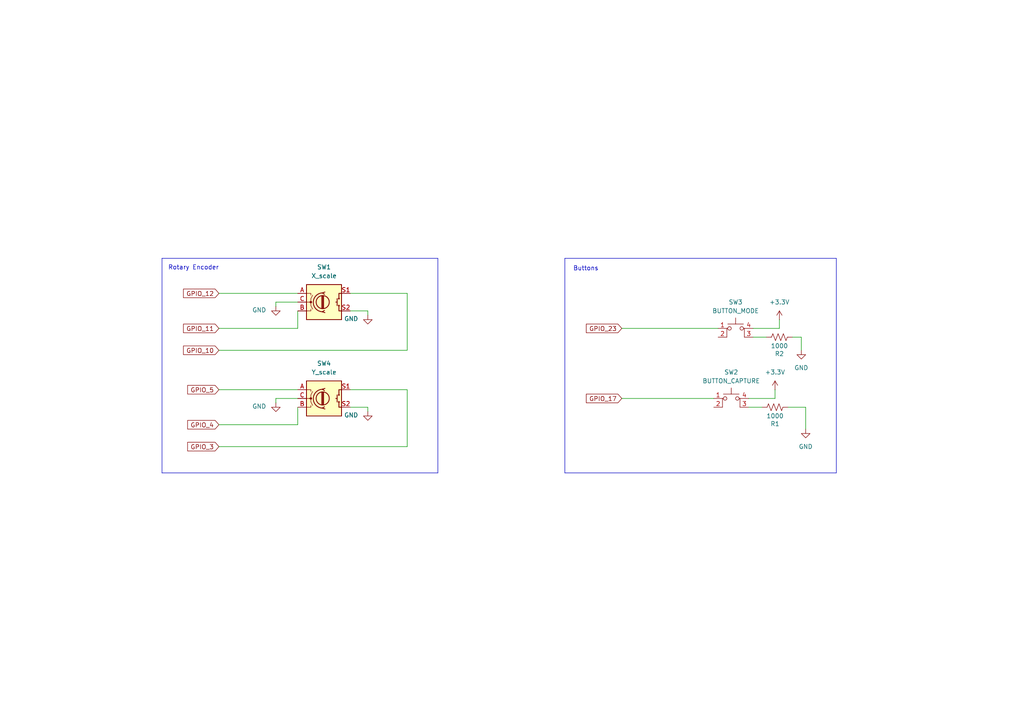
<source format=kicad_sch>
(kicad_sch (version 20250114) (generator "eeschema") (generator_version "9.0")
  (paper "A4")
  (lib_symbols
    (symbol "Device:R_US" (pin_numbers (hide yes)) (pin_names (offset 0))
      (property "Reference" "R" (at 2.54 0 90))
      (property "Value" "R_US" (at -2.54 0 90))
      (symbol "R_US_0_1"
        (polyline (pts (xy 0 2.286) (xy 0 2.54)))
        (polyline (pts (xy 0 2.286) (xy 1.016 1.905) (xy 0 1.524) (xy -1.016 1.143) (xy 0 0.762)))
        (polyline (pts (xy 0 0.762) (xy 1.016 0.381) (xy 0 0) (xy -1.016 -0.381) (xy 0 -0.762)))
        (polyline (pts (xy 0 -0.762) (xy 1.016 -1.143) (xy 0 -1.524) (xy -1.016 -1.905) (xy 0 -2.286)))
        (polyline (pts (xy 0 -2.286) (xy 0 -2.54)))
      )
      (symbol "R_US_1_1"
        (pin passive line (at 0 3.81 270) (length 1.27) (name "~") (number "1"))
        (pin passive line (at 0 -3.81 90) (length 1.27) (name "~") (number "2"))
      )
    )
    (symbol "Device:RotaryEncoder_Switch" (pin_names (offset 0.254) (hide yes))
      (property "Reference" "SW" (at 0 6.604 0))
      (property "Value" "RotaryEncoder_Switch" (at 0 -6.604 0))
      (symbol "RotaryEncoder_Switch_0_1"
        (rectangle (start -5.08 5.08) (end 5.08 -5.08) (stroke (width 0.254)) (fill (type background)))
        (polyline (pts (xy -5.08 2.54) (xy -3.81 2.54) (xy -3.81 2.032)))
        (polyline (pts (xy -5.08 0) (xy -3.81 0) (xy -3.81 -1.016) (xy -3.302 -2.032)))
        (polyline (pts (xy -5.08 -2.54) (xy -3.81 -2.54) (xy -3.81 -2.032)))
        (polyline (pts (xy -4.318 0) (xy -3.81 0) (xy -3.81 1.016) (xy -3.302 2.032)))
        (circle (center -3.81 0) (radius 0.254) (fill (type outline)))
        (polyline (pts (xy -0.635 -1.778) (xy -0.635 1.778)) (stroke (width 0.254)))
        (circle (center -0.381 0) (radius 1.905) (stroke (width 0.254)))
        (polyline (pts (xy -0.381 -1.778) (xy -0.381 1.778)) (stroke (width 0.254)))
        (arc (start -0.381 -2.794) (mid -3.0988 -0.0635) (end -0.381 2.667) (stroke (width 0.254)))
        (polyline (pts (xy -0.127 1.778) (xy -0.127 -1.778)) (stroke (width 0.254)))
        (polyline (pts (xy 0.254 2.921) (xy -0.508 2.667) (xy 0.127 2.286)) (stroke (width 0.254)))
        (polyline (pts (xy 0.254 -3.048) (xy -0.508 -2.794) (xy 0.127 -2.413)) (stroke (width 0.254)))
        (polyline (pts (xy 3.81 1.016) (xy 3.81 -1.016)) (stroke (width 0.254)))
        (polyline (pts (xy 3.81 0) (xy 3.429 0)) (stroke (width 0.254)))
        (circle (center 4.318 1.016) (radius 0.127) (stroke (width 0.254)))
        (circle (center 4.318 -1.016) (radius 0.127) (stroke (width 0.254)))
        (polyline (pts (xy 5.08 2.54) (xy 4.318 2.54) (xy 4.318 1.016)) (stroke (width 0.254)))
        (polyline (pts (xy 5.08 -2.54) (xy 4.318 -2.54) (xy 4.318 -1.016)) (stroke (width 0.254)))
      )
      (symbol "RotaryEncoder_Switch_1_1"
        (pin passive line (at -7.62 2.54 0) (length 2.54) (name "A") (number "A"))
        (pin passive line (at -7.62 0 0) (length 2.54) (name "C") (number "C"))
        (pin passive line (at -7.62 -2.54 0) (length 2.54) (name "B") (number "B"))
        (pin passive line (at 7.62 2.54 180) (length 2.54) (name "S1") (number "S1"))
        (pin passive line (at 7.62 -2.54 180) (length 2.54) (name "S2") (number "S2"))
      )
    )
    (symbol "Switch:SW_MEC_5E" (pin_names (offset 1.016) (hide yes))
      (property "Reference" "SW" (at 0.635 5.715 0))
      (property "Value" "SW_MEC_5E" (at 0 -3.175 0))
      (symbol "SW_MEC_5E_0_1"
        (polyline (pts (xy -2.54 0) (xy -2.54 2.54) (xy -2.286 2.54)))
        (polyline (pts (xy -2.286 3.81) (xy 2.286 3.81)))
        (circle (center -1.778 2.54) (radius 0.508))
        (polyline (pts (xy 0 3.81) (xy 0 5.588)))
        (circle (center 1.778 2.54) (radius 0.508))
        (polyline (pts (xy 2.54 0) (xy 2.54 2.54) (xy 2.286 2.54)))
        (pin passive line (at -5.08 2.54 0) (length 2.54) (name "1") (number "1"))
        (pin passive line (at -5.08 0 0) (length 2.54) (name "2") (number "2"))
        (pin passive line (at 5.08 2.54 180) (length 2.54) (name "A") (number "4"))
        (pin passive line (at 5.08 0 180) (length 2.54) (name "K") (number "3"))
      )
    )
    (symbol "power:+3.3V" (power) (pin_numbers (hide yes)) (pin_names (offset 0) (hide yes))
      (property "Value" "+3.3V" (at 0 3.556 0))
      (symbol "+3.3V_0_1"
        (polyline (pts (xy -0.762 1.27) (xy 0 2.54)))
        (polyline (pts (xy 0 2.54) (xy 0.762 1.27)))
        (polyline (pts (xy 0 0) (xy 0 2.54)))
      )
      (symbol "+3.3V_1_1"
        (pin power_in line (at 0 0 90) (length 0) (name "~") (number "1"))
      )
    )
    (symbol "power:GND" (power) (pin_numbers (hide yes)) (pin_names (offset 0) (hide yes))
      (property "Value" "GND" (at 0 -3.81 0))
      (symbol "GND_0_1"
        (polyline (pts (xy 0 0) (xy 0 -1.27) (xy 1.27 -1.27) (xy 0 -2.54) (xy -1.27 -1.27) (xy 0 -1.27)))
      )
      (symbol "GND_1_1"
        (pin power_in line (at 0 0 270) (length 0) (name "~") (number "1"))
      )
    )
  )
  (text "Rotary Encoder\n" (at 56.134 77.724 0) (effects (font (size 1.27 1.27))))
  (text "Buttons" (at 169.926 77.978 0) (effects (font (size 1.27 1.27))))
  (wire (pts (xy 63.5 123.19) (xy 86.36 123.19)))
  (wire (pts (xy 180.34 115.57) (xy 207.01 115.57)))
  (wire (pts (xy 101.6 85.09) (xy 118.11 85.09)))
  (wire (pts (xy 233.68 118.11) (xy 233.68 124.46)))
  (wire (pts (xy 218.44 97.79) (xy 222.25 97.79)))
  (polyline (pts (xy 46.99 74.93) (xy 127 74.93)))
  (wire (pts (xy 217.17 118.11) (xy 220.98 118.11)))
  (wire (pts (xy 228.6 118.11) (xy 233.68 118.11)))
  (wire (pts (xy 80.01 87.63) (xy 80.01 88.9)))
  (wire (pts (xy 86.36 115.57) (xy 80.01 115.57)))
  (wire (pts (xy 106.68 90.17) (xy 106.68 91.44)))
  (polyline (pts (xy 163.83 74.93) (xy 242.57 74.93)))
  (polyline (pts (xy 46.99 74.93) (xy 46.99 137.16)))
  (wire (pts (xy 63.5 101.6) (xy 118.11 101.6)))
  (wire (pts (xy 226.06 95.25) (xy 218.44 95.25)))
  (wire (pts (xy 232.41 97.79) (xy 229.87 97.79)))
  (wire (pts (xy 106.68 118.11) (xy 106.68 119.38)))
  (wire (pts (xy 224.79 113.03) (xy 224.79 115.57)))
  (wire (pts (xy 86.36 118.11) (xy 86.36 123.19)))
  (wire (pts (xy 118.11 113.03) (xy 118.11 129.54)))
  (wire (pts (xy 63.5 129.54) (xy 118.11 129.54)))
  (polyline (pts (xy 163.83 74.93) (xy 163.83 137.16)))
  (wire (pts (xy 86.36 87.63) (xy 80.01 87.63)))
  (wire (pts (xy 101.6 113.03) (xy 118.11 113.03)))
  (polyline (pts (xy 163.83 137.16) (xy 242.57 137.16)))
  (polyline (pts (xy 127 74.93) (xy 127 137.16)))
  (wire (pts (xy 232.41 101.6) (xy 232.41 97.79)))
  (wire (pts (xy 180.34 95.25) (xy 208.28 95.25)))
  (wire (pts (xy 63.5 85.09) (xy 86.36 85.09)))
  (wire (pts (xy 226.06 92.71) (xy 226.06 95.25)))
  (polyline (pts (xy 242.57 137.16) (xy 242.57 74.93)))
  (wire (pts (xy 224.79 115.57) (xy 217.17 115.57)))
  (wire (pts (xy 118.11 85.09) (xy 118.11 101.6)))
  (wire (pts (xy 86.36 90.17) (xy 86.36 95.25)))
  (wire (pts (xy 101.6 118.11) (xy 106.68 118.11)))
  (wire (pts (xy 80.01 115.57) (xy 80.01 116.84)))
  (wire (pts (xy 101.6 90.17) (xy 106.68 90.17)))
  (polyline (pts (xy 127 137.16) (xy 46.99 137.16)))
  (wire (pts (xy 63.5 95.25) (xy 86.36 95.25)))
  (wire (pts (xy 63.5 113.03) (xy 86.36 113.03)))
  (global_label "GPIO_5" (shape input) (at 63.5 113.03 180) (property "Intersheetrefs" "${INTERSHEET_REFS}" (effects (hide yes))))
  (global_label "GPIO_3" (shape input) (at 63.5 129.54 180) (property "Intersheetrefs" "${INTERSHEET_REFS}" (effects (hide yes))))
  (global_label "GPIO_17" (shape input) (at 180.34 115.57 180) (property "Intersheetrefs" "${INTERSHEET_REFS}" (effects (hide yes))))
  (global_label "GPIO_11" (shape input) (at 63.5 95.25 180) (property "Intersheetrefs" "${INTERSHEET_REFS}" (effects (hide yes))))
  (global_label "GPIO_12" (shape input) (at 63.5 85.09 180) (property "Intersheetrefs" "${INTERSHEET_REFS}" (effects (hide yes))))
  (global_label "GPIO_10" (shape input) (at 63.5 101.6 180) (property "Intersheetrefs" "${INTERSHEET_REFS}" (effects (hide yes))))
  (global_label "GPIO_4" (shape input) (at 63.5 123.19 180) (property "Intersheetrefs" "${INTERSHEET_REFS}" (effects (hide yes))))
  (global_label "GPIO_23" (shape input) (at 180.34 95.25 180) (property "Intersheetrefs" "${INTERSHEET_REFS}" (effects (hide yes))))
  (symbol (lib_id "Device:RotaryEncoder_Switch") (at 93.98 87.63 0) (unit 1)
    (property "Reference" "SW1" (at 93.98 77.47 0))
    (property "Value" "X_scale" (at 93.98 80.01 0))
    (property "Description" "Rotary encoder, dual channel, incremental quadrate outputs, with switch" (effects (hide yes)))
  )
  (symbol (lib_id "power:GND") (at 80.01 116.84 0) (unit 1)
    (property "Reference" "#PWR07" (effects (hide yes)))
    (property "Value" "GND" (at 75.184 117.856 0))
    (property "Description" "Power symbol creates a global label with name \"GND\" , ground" (effects (hide yes)))
  )
  (symbol (lib_id "Device:R_US") (at 224.79 118.11 90) (unit 1)
    (property "Reference" "R1" (at 224.79 122.936 90))
    (property "Value" "1000" (at 224.79 120.65 90))
    (property "Description" "Resistor, US symbol" (effects (hide yes)))
  )
  (symbol (lib_id "Switch:SW_MEC_5E") (at 212.09 118.11 0) (unit 1)
    (property "Reference" "SW2" (at 212.09 107.95 0))
    (property "Value" "BUTTON_CAPTURE" (at 212.09 110.49 0))
    (property "Datasheet" "http://www.apem.com/int/index.php?controller=attachment&id_attachment=1371" (effects (hide yes)))
    (property "Description" "MEC 5E single pole normally-open tactile switch" (effects (hide yes)))
  )
  (symbol (lib_id "power:GND") (at 106.68 119.38 0) (unit 1)
    (property "Reference" "#PWR08" (effects (hide yes)))
    (property "Value" "GND" (at 101.854 120.396 0))
    (property "Description" "Power symbol creates a global label with name \"GND\" , ground" (effects (hide yes)))
  )
  (symbol (lib_id "power:+3.3V") (at 224.79 113.03 0) (unit 1)
    (property "Reference" "#PWR02" (effects (hide yes)))
    (property "Value" "+3.3V" (at 224.79 107.95 0))
    (property "Description" "Power symbol creates a global label with name \"+3.3V\"" (effects (hide yes)))
  )
  (symbol (lib_id "Device:R_US") (at 226.06 97.79 90) (unit 1)
    (property "Reference" "R2" (at 226.06 102.616 90))
    (property "Value" "1000" (at 226.06 100.33 90))
    (property "Description" "Resistor, US symbol" (effects (hide yes)))
  )
  (symbol (lib_id "Device:RotaryEncoder_Switch") (at 93.98 115.57 0) (unit 1)
    (property "Reference" "SW4" (at 93.98 105.41 0))
    (property "Value" "Y_scale" (at 93.98 107.95 0))
    (property "Description" "Rotary encoder, dual channel, incremental quadrate outputs, with switch" (effects (hide yes)))
  )
  (symbol (lib_id "power:GND") (at 106.68 91.44 0) (unit 1)
    (property "Reference" "#PWR06" (effects (hide yes)))
    (property "Value" "GND" (at 101.854 92.456 0))
    (property "Description" "Power symbol creates a global label with name \"GND\" , ground" (effects (hide yes)))
  )
  (symbol (lib_id "power:+3.3V") (at 226.06 92.71 0) (unit 1)
    (property "Reference" "#PWR04" (effects (hide yes)))
    (property "Value" "+3.3V" (at 226.06 87.63 0))
    (property "Description" "Power symbol creates a global label with name \"+3.3V\"" (effects (hide yes)))
  )
  (symbol (lib_id "power:GND") (at 80.01 88.9 0) (unit 1)
    (property "Reference" "#PWR05" (effects (hide yes)))
    (property "Value" "GND" (at 75.184 89.916 0))
    (property "Description" "Power symbol creates a global label with name \"GND\" , ground" (effects (hide yes)))
  )
  (symbol (lib_id "power:GND") (at 233.68 124.46 0) (unit 1)
    (property "Reference" "#PWR01" (effects (hide yes)))
    (property "Value" "GND" (at 233.68 129.54 0))
    (property "Description" "Power symbol creates a global label with name \"GND\" , ground" (effects (hide yes)))
  )
  (symbol (lib_id "Switch:SW_MEC_5E") (at 213.36 97.79 0) (unit 1)
    (property "Reference" "SW3" (at 213.36 87.63 0))
    (property "Value" "BUTTON_MODE" (at 213.36 90.17 0))
    (property "Datasheet" "http://www.apem.com/int/index.php?controller=attachment&id_attachment=1371" (effects (hide yes)))
    (property "Description" "MEC 5E single pole normally-open tactile switch" (effects (hide yes)))
  )
  (symbol (lib_id "power:GND") (at 232.41 101.6 0) (unit 1)
    (property "Reference" "#PWR03" (effects (hide yes)))
    (property "Value" "GND" (at 232.41 106.68 0))
    (property "Description" "Power symbol creates a global label with name \"GND\" , ground" (effects (hide yes)))
  )
)
</source>
